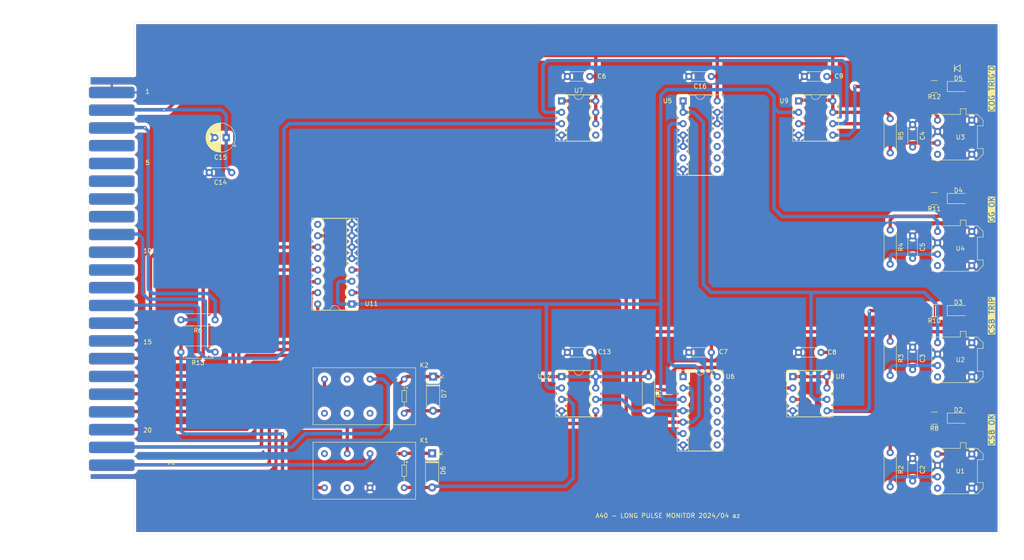
<source format=kicad_pcb>
(kicad_pcb (version 20221018) (generator pcbnew)

  (general
    (thickness 1.6)
  )

  (paper "A4")
  (layers
    (0 "F.Cu" signal)
    (31 "B.Cu" signal)
    (32 "B.Adhes" user "B.Adhesive")
    (33 "F.Adhes" user "F.Adhesive")
    (34 "B.Paste" user)
    (35 "F.Paste" user)
    (36 "B.SilkS" user "B.Silkscreen")
    (37 "F.SilkS" user "F.Silkscreen")
    (38 "B.Mask" user)
    (39 "F.Mask" user)
    (40 "Dwgs.User" user "User.Drawings")
    (41 "Cmts.User" user "User.Comments")
    (42 "Eco1.User" user "User.Eco1")
    (43 "Eco2.User" user "User.Eco2")
    (44 "Edge.Cuts" user)
    (45 "Margin" user)
    (46 "B.CrtYd" user "B.Courtyard")
    (47 "F.CrtYd" user "F.Courtyard")
    (48 "B.Fab" user)
    (49 "F.Fab" user)
  )

  (setup
    (stackup
      (layer "F.SilkS" (type "Top Silk Screen"))
      (layer "F.Paste" (type "Top Solder Paste"))
      (layer "F.Mask" (type "Top Solder Mask") (thickness 0.01))
      (layer "F.Cu" (type "copper") (thickness 0.035))
      (layer "dielectric 1" (type "core") (thickness 1.51) (material "FR4") (epsilon_r 4.5) (loss_tangent 0.02))
      (layer "B.Cu" (type "copper") (thickness 0.035))
      (layer "B.Mask" (type "Bottom Solder Mask") (thickness 0.01))
      (layer "B.Paste" (type "Bottom Solder Paste"))
      (layer "B.SilkS" (type "Bottom Silk Screen"))
      (copper_finish "None")
      (dielectric_constraints no)
    )
    (pad_to_mask_clearance 0)
    (pcbplotparams
      (layerselection 0x0001000_ffffffff)
      (plot_on_all_layers_selection 0x0000000_00000000)
      (disableapertmacros false)
      (usegerberextensions true)
      (usegerberattributes true)
      (usegerberadvancedattributes true)
      (creategerberjobfile false)
      (dashed_line_dash_ratio 12.000000)
      (dashed_line_gap_ratio 3.000000)
      (svgprecision 4)
      (plotframeref false)
      (viasonmask false)
      (mode 1)
      (useauxorigin false)
      (hpglpennumber 1)
      (hpglpenspeed 20)
      (hpglpendiameter 15.000000)
      (dxfpolygonmode true)
      (dxfimperialunits true)
      (dxfusepcbnewfont true)
      (psnegative false)
      (psa4output false)
      (plotreference true)
      (plotvalue true)
      (plotinvisibletext false)
      (sketchpadsonfab false)
      (subtractmaskfromsilk false)
      (outputformat 1)
      (mirror false)
      (drillshape 0)
      (scaleselection 1)
      (outputdirectory "gerber/")
    )
  )

  (net 0 "")
  (net 1 "GND")
  (net 2 "Net-(U2-VCC)")
  (net 3 "Net-(U3-VCC)")
  (net 4 "+5V")
  (net 5 "/MR_ARMED_2")
  (net 6 "/MR_PERMIT_1")
  (net 7 "/NOT(COG_TRIG)")
  (net 8 "+12V")
  (net 9 "/MR_ARMED_1")
  (net 10 "/GG_OIL_FAULT_PLC")
  (net 11 "/CSB_TRIP_LAMP")
  (net 12 "/GG_OIL_FAULT_LCS")
  (net 13 "/CSB_OK_LAMP")
  (net 14 "/CSB_FAULT_LAMP")
  (net 15 "/RESET_EXT")
  (net 16 "unconnected-(J1-Pad4)")
  (net 17 "unconnected-(J1-Pad5)")
  (net 18 "+24V")
  (net 19 "unconnected-(J1-Pad7)")
  (net 20 "unconnected-(J1-PadD)")
  (net 21 "unconnected-(J1-PadE)")
  (net 22 "unconnected-(J1-PadF)")
  (net 23 "unconnected-(J1-PadH)")
  (net 24 "unconnected-(J1-PadJ)")
  (net 25 "unconnected-(K1-Pad8)")
  (net 26 "/FIL_PULSE")
  (net 27 "unconnected-(J1-PadL)")
  (net 28 "unconnected-(J1-PadM)")
  (net 29 "unconnected-(J1-PadN)")
  (net 30 "unconnected-(J1-PadR)")
  (net 31 "unconnected-(J1-PadS)")
  (net 32 "unconnected-(J1-PadT)")
  (net 33 "unconnected-(J1-PadU)")
  (net 34 "unconnected-(J1-PadV)")
  (net 35 "unconnected-(J1-PadX)")
  (net 36 "/MR_PERMIT_2")
  (net 37 "unconnected-(K1-Pad11)")
  (net 38 "unconnected-(K2-Pad6)")
  (net 39 "unconnected-(K2-Pad9)")
  (net 40 "unconnected-(K2-Pad11)")
  (net 41 "unconnected-(K2-Pad13)")
  (net 42 "Net-(U2-DATA)")
  (net 43 "unconnected-(U2-NC-Pad4)")
  (net 44 "unconnected-(U3-NC-Pad4)")
  (net 45 "/CSB_FAULT_PLC")
  (net 46 "/MR_ARMED_OC")
  (net 47 "Net-(U4-VCC)")
  (net 48 "Net-(D2-K)")
  (net 49 "Net-(D3-K)")
  (net 50 "Net-(D4-K)")
  (net 51 "Net-(D6-A)")
  (net 52 "unconnected-(U4-NC-Pad4)")
  (net 53 "/GG_OK_LP")
  (net 54 "/COG_TRIG_FO")
  (net 55 "Net-(U1-VCC)")
  (net 56 "Net-(D5-K)")
  (net 57 "Net-(D7-A)")
  (net 58 "Net-(U8-1Y)")
  (net 59 "Net-(U12-2A)")
  (net 60 "Net-(U8-2Y)")
  (net 61 "Net-(U9-1Y)")
  (net 62 "Net-(U9-2Y)")
  (net 63 "Net-(U1-DATA)")
  (net 64 "unconnected-(U1-NC-Pad4)")
  (net 65 "Net-(U11-I2)")
  (net 66 "unconnected-(U5-Pad11)")
  (net 67 "unconnected-(U6-4Y-Pad8)")
  (net 68 "unconnected-(U6-4A-Pad9)")
  (net 69 "unconnected-(U6-5Y-Pad10)")
  (net 70 "unconnected-(J1-Pad9)")
  (net 71 "unconnected-(J1-Pad10)")
  (net 72 "unconnected-(J1-Pad11)")
  (net 73 "unconnected-(J1-Pad12)")
  (net 74 "unconnected-(J1-Pad13)")
  (net 75 "unconnected-(U6-5A-Pad11)")
  (net 76 "unconnected-(U6-6Y-Pad12)")
  (net 77 "unconnected-(U6-6A-Pad13)")
  (net 78 "unconnected-(U7-2Y-Pad5)")
  (net 79 "unconnected-(U11-COM-Pad9)")
  (net 80 "unconnected-(U11-O5-Pad12)")
  (net 81 "unconnected-(U5-Pad6)")
  (net 82 "unconnected-(J1-Pad6)")

  (footprint "my_library:22_pins_EDGE_CONNECTOR" (layer "F.Cu") (at 31.63 138.79 180))

  (footprint "Capacitor_THT:CP_Radial_D6.3mm_P2.50mm" (layer "F.Cu") (at 57.1324 65.7 180))

  (footprint "Capacitor_THT:C_Disc_D4.3mm_W1.9mm_P5.00mm" (layer "F.Cu") (at 165.275 52.06 180))

  (footprint "LED_SMD:LED_1206_3216Metric_Pad1.42x1.75mm_HandSolder" (layer "F.Cu") (at 220.3224 79.3))

  (footprint "Capacitor_THT:C_Disc_D4.3mm_W1.9mm_P5.00mm" (layer "F.Cu") (at 210.15 87.6308 -90))

  (footprint "Capacitor_THT:C_Disc_D4.3mm_W1.9mm_P5.00mm" (layer "F.Cu") (at 138.19 113.62 180))

  (footprint "Package_DIP:DIP-8_W7.62mm_Socket" (layer "F.Cu") (at 184.73 57.52))

  (footprint "Capacitor_THT:C_Disc_D4.3mm_W1.9mm_P5.00mm" (layer "F.Cu") (at 138.19 52.06 180))

  (footprint "LED_SMD:LED_1206_3216Metric_Pad1.42x1.75mm_HandSolder" (layer "F.Cu") (at 220.3224 54.3036))

  (footprint "my library:Versatile_Link" (layer "F.Cu") (at 220.785 84.0983))

  (footprint "Resistor_THT:R_Axial_DIN0207_L6.3mm_D2.5mm_P7.62mm_Horizontal" (layer "F.Cu") (at 151.25 119 -90))

  (footprint "LED_SMD:LED_1206_3216Metric_Pad1.42x1.75mm_HandSolder" (layer "F.Cu") (at 220.3224 104.3))

  (footprint "Capacitor_THT:C_Disc_D4.3mm_W1.9mm_P5.00mm" (layer "F.Cu") (at 191.03 52.06 180))

  (footprint "Capacitor_THT:C_Disc_D4.3mm_W1.9mm_P5.00mm" (layer "F.Cu") (at 58.36 73.5 180))

  (footprint "Package_DIP:DIP-8_W7.62mm_Socket" (layer "F.Cu") (at 183.43 119.03))

  (footprint "my library:DS2Y" (layer "F.Cu") (at 86.652 131.1304))

  (footprint "Diode_THT:D_A-405_P7.62mm_Horizontal" (layer "F.Cu") (at 103.03 136.14 -90))

  (footprint "Resistor_THT:R_Axial_DIN0207_L6.3mm_D2.5mm_P7.62mm_Horizontal" (layer "F.Cu") (at 205.15 61.49 -90))

  (footprint "Capacitor_THT:C_Disc_D4.3mm_W1.9mm_P5.00mm" (layer "F.Cu") (at 210.15 112.4617 -90))

  (footprint "Diode_THT:D_A-405_P7.62mm_Horizontal" (layer "F.Cu") (at 103.2332 119.03 -90))

  (footprint "LED_SMD:LED_1206_3216Metric_Pad1.42x1.75mm_HandSolder" (layer "F.Cu") (at 220.3224 128.3))

  (footprint "Capacitor_THT:C_Disc_D4.3mm_W1.9mm_P5.00mm" (layer "F.Cu") (at 189.73 113.62 180))

  (footprint "Capacitor_THT:C_Disc_D4.3mm_W1.9mm_P5.00mm" (layer "F.Cu") (at 210.15 62.8 -90))

  (footprint "Package_DIP:DIP-14_W7.62mm_Socket" (layer "F.Cu") (at 158.975 57.52))

  (footprint "my library:Versatile_Link" (layer "F.Cu") (at 220.785 108.9292))

  (footprint "my library:Versatile_Link" (layer "F.Cu") (at 220.785 59.2675))

  (footprint "my library:DS2Y" (layer "F.Cu") (at 86.652 114.5104))

  (footprint "Package_DIP:DIP-16_W7.62mm_Socket" (layer "F.Cu") (at 85.15 102.84 180))

  (footprint "Resistor_THT:R_Axial_DIN0207_L6.3mm_D2.5mm_P7.62mm_Horizontal" (layer "F.Cu") (at 54.66 106.35 180))

  (footprint "Resistor_THT:R_Axial_DIN0207_L6.3mm_D2.5mm_P7.62mm_Horizontal" (layer "F.Cu") (at 205.15 86.3208 -90))

  (footprint "Resistor_SMD:R_1210_3225Metric_Pad1.30x2.65mm_HandSolder" (layer "F.Cu") (at 214.9884 79.3 180))

  (footprint "Resistor_SMD:R_1210_3225Metric_Pad1.30x2.65mm_HandSolder" (layer "F.Cu") (at 214.9884 128.3 180))

  (footprint "Package_DIP:DIP-8_W7.62mm_Socket" (layer "F.Cu") (at 131.89 119.03))

  (footprint "Capacitor_THT:C_Disc_D4.3mm_W1.9mm_P5.00mm" (layer "F.Cu") (at 165.275 113.62 180))

  (footprint "Capacitor_THT:C_Disc_D4.3mm_W1.9mm_P5.00mm" (layer "F.Cu") (at 210.15 137.2925 -90))

  (footprint "Package_DIP:DIP-14_W7.62mm_Socket" (layer "F.Cu") (at 158.975 119.03))

  (footprint "my library:Versatile_Link" (layer "F.Cu")
    (tstamp e28602a8-159f-405d-86ae-bbf6ade05cbf)
    (at 220.785 133.76)
    (property "Sheetfile" "101_A40_replacement_V2.kicad_sch")
    (property "Sheetname" "")
    (path "/00000000-0000-0000-0000-0000618b415c")
    (attr through_hole)
    (fp_text reference "U1" (at 0 6.35) 
... [880609 chars truncated]
</source>
